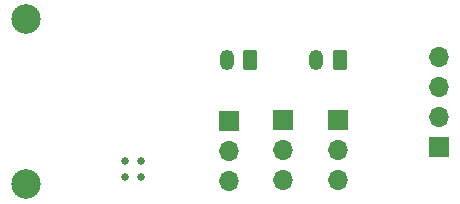
<source format=gbr>
%TF.GenerationSoftware,KiCad,Pcbnew,(6.0.0-0)*%
%TF.CreationDate,2022-08-17T21:27:20+02:00*%
%TF.ProjectId,tpa2012d2_amp_breakout,74706132-3031-4326-9432-5f616d705f62,rev?*%
%TF.SameCoordinates,Original*%
%TF.FileFunction,Soldermask,Bot*%
%TF.FilePolarity,Negative*%
%FSLAX46Y46*%
G04 Gerber Fmt 4.6, Leading zero omitted, Abs format (unit mm)*
G04 Created by KiCad (PCBNEW (6.0.0-0)) date 2022-08-17 21:27:20*
%MOMM*%
%LPD*%
G01*
G04 APERTURE LIST*
G04 Aperture macros list*
%AMRoundRect*
0 Rectangle with rounded corners*
0 $1 Rounding radius*
0 $2 $3 $4 $5 $6 $7 $8 $9 X,Y pos of 4 corners*
0 Add a 4 corners polygon primitive as box body*
4,1,4,$2,$3,$4,$5,$6,$7,$8,$9,$2,$3,0*
0 Add four circle primitives for the rounded corners*
1,1,$1+$1,$2,$3*
1,1,$1+$1,$4,$5*
1,1,$1+$1,$6,$7*
1,1,$1+$1,$8,$9*
0 Add four rect primitives between the rounded corners*
20,1,$1+$1,$2,$3,$4,$5,0*
20,1,$1+$1,$4,$5,$6,$7,0*
20,1,$1+$1,$6,$7,$8,$9,0*
20,1,$1+$1,$8,$9,$2,$3,0*%
G04 Aperture macros list end*
%ADD10R,1.700000X1.700000*%
%ADD11O,1.700000X1.700000*%
%ADD12C,0.675000*%
%ADD13RoundRect,0.250000X0.350000X0.625000X-0.350000X0.625000X-0.350000X-0.625000X0.350000X-0.625000X0*%
%ADD14O,1.200000X1.750000*%
%ADD15C,2.500000*%
G04 APERTURE END LIST*
D10*
%TO.C,J105*%
X169450000Y-91575000D03*
D11*
X169450000Y-94115000D03*
X169450000Y-96655000D03*
%TD*%
D10*
%TO.C,J107*%
X160200000Y-91600000D03*
D11*
X160200000Y-94140000D03*
X160200000Y-96680000D03*
%TD*%
D12*
%TO.C,U301*%
X152775000Y-95025000D03*
X152775000Y-96375000D03*
X151425000Y-96375000D03*
X151425000Y-95025000D03*
%TD*%
D13*
%TO.C,J102*%
X169600000Y-86450000D03*
D14*
X167600000Y-86450000D03*
%TD*%
D13*
%TO.C,J103*%
X162000000Y-86500000D03*
D14*
X160000000Y-86500000D03*
%TD*%
D10*
%TO.C,J101*%
X177975000Y-93800000D03*
D11*
X177975000Y-91260000D03*
X177975000Y-88720000D03*
X177975000Y-86180000D03*
%TD*%
D15*
%TO.C,REF\u002A\u002A*%
X143000000Y-83000000D03*
%TD*%
%TO.C,REF\u002A\u002A*%
X143000000Y-97000000D03*
%TD*%
D10*
%TO.C,J106*%
X164800000Y-91575000D03*
D11*
X164800000Y-94115000D03*
X164800000Y-96655000D03*
%TD*%
M02*

</source>
